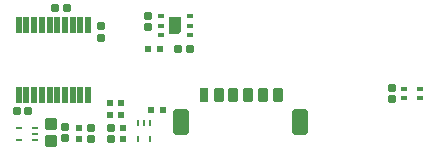
<source format=gtp>
G04*
G04 #@! TF.GenerationSoftware,Altium Limited,Altium Designer,21.0.9 (235)*
G04*
G04 Layer_Color=8421504*
%FSLAX25Y25*%
%MOIN*%
G70*
G04*
G04 #@! TF.SameCoordinates,9B0A8569-3FB3-4DD9-870E-D4EA3AD8F537*
G04*
G04*
G04 #@! TF.FilePolarity,Positive*
G04*
G01*
G75*
G04:AMPARAMS|DCode=10|XSize=11.81mil|YSize=19.68mil|CornerRadius=1.18mil|HoleSize=0mil|Usage=FLASHONLY|Rotation=270.000|XOffset=0mil|YOffset=0mil|HoleType=Round|Shape=RoundedRectangle|*
%AMROUNDEDRECTD10*
21,1,0.01181,0.01732,0,0,270.0*
21,1,0.00945,0.01968,0,0,270.0*
1,1,0.00236,-0.00866,-0.00472*
1,1,0.00236,-0.00866,0.00472*
1,1,0.00236,0.00866,0.00472*
1,1,0.00236,0.00866,-0.00472*
%
%ADD10ROUNDEDRECTD10*%
%ADD11R,0.01968X0.01181*%
G04:AMPARAMS|DCode=12|XSize=31.5mil|YSize=47.24mil|CornerRadius=3.15mil|HoleSize=0mil|Usage=FLASHONLY|Rotation=0.000|XOffset=0mil|YOffset=0mil|HoleType=Round|Shape=RoundedRectangle|*
%AMROUNDEDRECTD12*
21,1,0.03150,0.04095,0,0,0.0*
21,1,0.02520,0.04724,0,0,0.0*
1,1,0.00630,0.01260,-0.02047*
1,1,0.00630,-0.01260,-0.02047*
1,1,0.00630,-0.01260,0.02047*
1,1,0.00630,0.01260,0.02047*
%
%ADD12ROUNDEDRECTD12*%
%ADD13R,0.03150X0.04724*%
G04:AMPARAMS|DCode=14|XSize=51.18mil|YSize=84.65mil|CornerRadius=5.12mil|HoleSize=0mil|Usage=FLASHONLY|Rotation=0.000|XOffset=0mil|YOffset=0mil|HoleType=Round|Shape=RoundedRectangle|*
%AMROUNDEDRECTD14*
21,1,0.05118,0.07441,0,0,0.0*
21,1,0.04095,0.08465,0,0,0.0*
1,1,0.01024,0.02047,-0.03720*
1,1,0.01024,-0.02047,-0.03720*
1,1,0.01024,-0.02047,0.03720*
1,1,0.01024,0.02047,0.03720*
%
%ADD14ROUNDEDRECTD14*%
G04:AMPARAMS|DCode=15|XSize=21.65mil|YSize=19.68mil|CornerRadius=1.97mil|HoleSize=0mil|Usage=FLASHONLY|Rotation=90.000|XOffset=0mil|YOffset=0mil|HoleType=Round|Shape=RoundedRectangle|*
%AMROUNDEDRECTD15*
21,1,0.02165,0.01575,0,0,90.0*
21,1,0.01772,0.01968,0,0,90.0*
1,1,0.00394,0.00787,0.00886*
1,1,0.00394,0.00787,-0.00886*
1,1,0.00394,-0.00787,-0.00886*
1,1,0.00394,-0.00787,0.00886*
%
%ADD15ROUNDEDRECTD15*%
G04:AMPARAMS|DCode=16|XSize=15.75mil|YSize=21.65mil|CornerRadius=0mil|HoleSize=0mil|Usage=FLASHONLY|Rotation=270.000|XOffset=0mil|YOffset=0mil|HoleType=Round|Shape=RoundedRectangle|*
%AMROUNDEDRECTD16*
21,1,0.01575,0.02165,0,0,270.0*
21,1,0.01575,0.02165,0,0,270.0*
1,1,0.00000,-0.01083,-0.00787*
1,1,0.00000,-0.01083,0.00787*
1,1,0.00000,0.01083,0.00787*
1,1,0.00000,0.01083,-0.00787*
%
%ADD16ROUNDEDRECTD16*%
G04:AMPARAMS|DCode=17|XSize=17.72mil|YSize=55.12mil|CornerRadius=2.66mil|HoleSize=0mil|Usage=FLASHONLY|Rotation=0.000|XOffset=0mil|YOffset=0mil|HoleType=Round|Shape=RoundedRectangle|*
%AMROUNDEDRECTD17*
21,1,0.01772,0.04980,0,0,0.0*
21,1,0.01240,0.05512,0,0,0.0*
1,1,0.00532,0.00620,-0.02490*
1,1,0.00532,-0.00620,-0.02490*
1,1,0.00532,-0.00620,0.02490*
1,1,0.00532,0.00620,0.02490*
%
%ADD17ROUNDEDRECTD17*%
G04:AMPARAMS|DCode=18|XSize=25.2mil|YSize=23.62mil|CornerRadius=2.36mil|HoleSize=0mil|Usage=FLASHONLY|Rotation=180.000|XOffset=0mil|YOffset=0mil|HoleType=Round|Shape=RoundedRectangle|*
%AMROUNDEDRECTD18*
21,1,0.02520,0.01890,0,0,180.0*
21,1,0.02047,0.02362,0,0,180.0*
1,1,0.00472,-0.01024,0.00945*
1,1,0.00472,0.01024,0.00945*
1,1,0.00472,0.01024,-0.00945*
1,1,0.00472,-0.01024,-0.00945*
%
%ADD18ROUNDEDRECTD18*%
%ADD19R,0.02165X0.00984*%
G04:AMPARAMS|DCode=20|XSize=25.2mil|YSize=23.62mil|CornerRadius=2.36mil|HoleSize=0mil|Usage=FLASHONLY|Rotation=270.000|XOffset=0mil|YOffset=0mil|HoleType=Round|Shape=RoundedRectangle|*
%AMROUNDEDRECTD20*
21,1,0.02520,0.01890,0,0,270.0*
21,1,0.02047,0.02362,0,0,270.0*
1,1,0.00472,-0.00945,-0.01024*
1,1,0.00472,-0.00945,0.01024*
1,1,0.00472,0.00945,0.01024*
1,1,0.00472,0.00945,-0.01024*
%
%ADD20ROUNDEDRECTD20*%
G04:AMPARAMS|DCode=21|XSize=37.4mil|YSize=39.37mil|CornerRadius=3.74mil|HoleSize=0mil|Usage=FLASHONLY|Rotation=0.000|XOffset=0mil|YOffset=0mil|HoleType=Round|Shape=RoundedRectangle|*
%AMROUNDEDRECTD21*
21,1,0.03740,0.03189,0,0,0.0*
21,1,0.02992,0.03937,0,0,0.0*
1,1,0.00748,0.01496,-0.01595*
1,1,0.00748,-0.01496,-0.01595*
1,1,0.00748,-0.01496,0.01595*
1,1,0.00748,0.01496,0.01595*
%
%ADD21ROUNDEDRECTD21*%
G04:AMPARAMS|DCode=22|XSize=21.65mil|YSize=19.68mil|CornerRadius=1.97mil|HoleSize=0mil|Usage=FLASHONLY|Rotation=180.000|XOffset=0mil|YOffset=0mil|HoleType=Round|Shape=RoundedRectangle|*
%AMROUNDEDRECTD22*
21,1,0.02165,0.01575,0,0,180.0*
21,1,0.01772,0.01968,0,0,180.0*
1,1,0.00394,-0.00886,0.00787*
1,1,0.00394,0.00886,0.00787*
1,1,0.00394,0.00886,-0.00787*
1,1,0.00394,-0.00886,-0.00787*
%
%ADD22ROUNDEDRECTD22*%
%ADD23R,0.00984X0.02165*%
G36*
X60527Y44344D02*
X59577Y43395D01*
X56394D01*
Y49062D01*
X60527D01*
Y44344D01*
D02*
G37*
D10*
X140157Y22047D02*
D03*
D11*
Y25197D02*
D03*
X134646Y22047D02*
D03*
Y25197D02*
D03*
D12*
X72913Y23209D02*
D03*
X82756D02*
D03*
X77835D02*
D03*
X87677D02*
D03*
X92598D02*
D03*
D13*
X67992D02*
D03*
D14*
X60512Y14173D02*
D03*
X100079D02*
D03*
D15*
X54232Y18110D02*
D03*
X50492D02*
D03*
X49473Y38544D02*
D03*
X53213D02*
D03*
X36713Y20472D02*
D03*
X40453D02*
D03*
Y16535D02*
D03*
X36713D02*
D03*
D16*
X63382Y43079D02*
D03*
Y46228D02*
D03*
Y49378D02*
D03*
X53539Y43079D02*
D03*
Y46228D02*
D03*
Y49378D02*
D03*
D17*
X6299Y23228D02*
D03*
X8858D02*
D03*
X11417D02*
D03*
X13976D02*
D03*
X16535D02*
D03*
X19094D02*
D03*
X21654D02*
D03*
X24213D02*
D03*
X26772D02*
D03*
X29331D02*
D03*
X6299Y46457D02*
D03*
X8858D02*
D03*
X11417D02*
D03*
X13976D02*
D03*
X16535D02*
D03*
X19094D02*
D03*
X21654D02*
D03*
X24213D02*
D03*
X26772D02*
D03*
X29331D02*
D03*
D18*
X33858Y45984D02*
D03*
Y42205D02*
D03*
X49213Y45748D02*
D03*
Y49528D02*
D03*
X130709Y21732D02*
D03*
Y25512D02*
D03*
X21654Y12520D02*
D03*
Y8740D02*
D03*
X30315Y12047D02*
D03*
Y8268D02*
D03*
X37008Y12126D02*
D03*
Y8347D02*
D03*
D19*
X11756Y8032D02*
D03*
Y10000D02*
D03*
Y11969D02*
D03*
X6244D02*
D03*
Y8032D02*
D03*
D20*
X9370Y17717D02*
D03*
X5590D02*
D03*
X22215Y52080D02*
D03*
X18436D02*
D03*
X63307Y38583D02*
D03*
X59527D02*
D03*
D21*
X16929Y13484D02*
D03*
Y7776D02*
D03*
D22*
X26378Y8287D02*
D03*
Y12028D02*
D03*
X40945Y8366D02*
D03*
Y12106D02*
D03*
D23*
X50000Y13780D02*
D03*
X48031D02*
D03*
X46063D02*
D03*
Y8268D02*
D03*
X50000D02*
D03*
M02*

</source>
